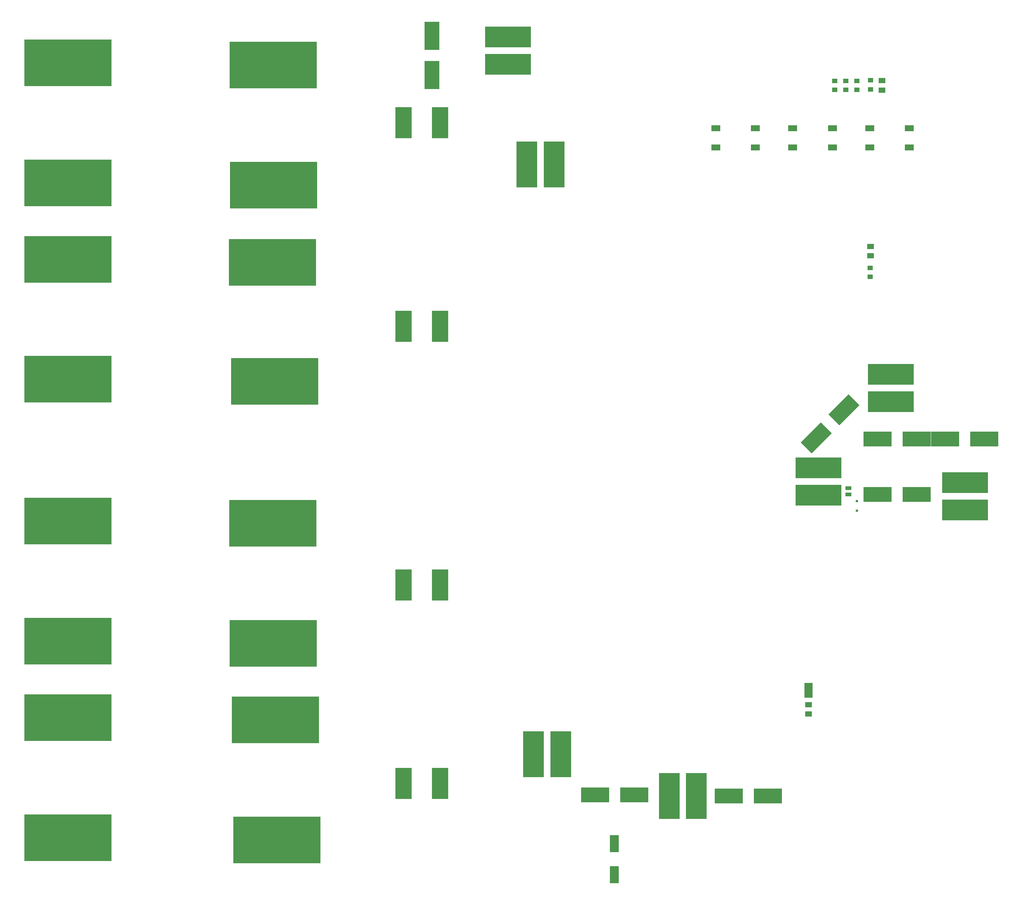
<source format=gbr>
%TF.GenerationSoftware,Altium Limited,Altium Designer,21.6.4 (81)*%
G04 Layer_Color=8421504*
%FSLAX43Y43*%
%MOMM*%
%TF.SameCoordinates,B094594F-E5AE-4C03-B854-EF891E02AD71*%
%TF.FilePolarity,Positive*%
%TF.FileFunction,Paste,Top*%
%TF.Part,Single*%
G01*
G75*
%TA.AperFunction,SMDPad,CuDef*%
%ADD18R,1.350X0.950*%
%ADD19R,1.508X1.157*%
%ADD20R,1.200X1.100*%
%ADD23R,2.000X4.000*%
%ADD24R,2.108X1.397*%
%TA.AperFunction,NonConductor*%
%ADD209R,20.066X10.668*%
%ADD210R,0.500X0.500*%
%TA.AperFunction,SMDPad,CuDef*%
%ADD211R,3.500X6.500*%
%ADD212R,6.500X3.500*%
G04:AMPARAMS|DCode=213|XSize=6.5mm|YSize=3.5mm|CornerRadius=0mm|HoleSize=0mm|Usage=FLASHONLY|Rotation=225.000|XOffset=0mm|YOffset=0mm|HoleType=Round|Shape=Rectangle|*
%AMROTATEDRECTD213*
4,1,4,1.061,3.536,3.536,1.061,-1.061,-3.536,-3.536,-1.061,1.061,3.536,0.0*
%
%ADD213ROTATEDRECTD213*%

%ADD214R,10.500X4.750*%
%ADD215R,4.750X10.500*%
%ADD216R,1.900X1.850*%
%ADD217R,3.750X7.200*%
D18*
X209800Y93150D02*
D03*
Y91650D02*
D03*
D19*
X214850Y148526D02*
D03*
Y146374D02*
D03*
X200675Y43501D02*
D03*
Y41349D02*
D03*
X217483Y186476D02*
D03*
Y184324D02*
D03*
D20*
X214825Y141509D02*
D03*
Y143609D02*
D03*
X211755Y184350D02*
D03*
Y186450D02*
D03*
X209215D02*
D03*
Y184350D02*
D03*
X206675Y186450D02*
D03*
Y184350D02*
D03*
X214920Y186575D02*
D03*
Y184475D02*
D03*
D23*
X156125Y4550D02*
D03*
Y11650D02*
D03*
D24*
X206142Y175624D02*
D03*
Y171154D02*
D03*
X197048D02*
D03*
Y175624D02*
D03*
X188489D02*
D03*
Y171154D02*
D03*
X179395D02*
D03*
Y175624D02*
D03*
X223795D02*
D03*
Y171154D02*
D03*
X214701D02*
D03*
Y175624D02*
D03*
D209*
X30862Y163054D02*
D03*
X78005Y162546D02*
D03*
X30862Y190554D02*
D03*
Y13054D02*
D03*
X77905Y190046D02*
D03*
X30862Y145555D02*
D03*
X77707Y144846D02*
D03*
X30862Y58053D02*
D03*
X77906Y57546D02*
D03*
X30862Y85553D02*
D03*
X77806Y85046D02*
D03*
X78706Y12546D02*
D03*
X30862Y118053D02*
D03*
X78206Y117546D02*
D03*
X30862Y40553D02*
D03*
X78422Y40046D02*
D03*
D210*
X211775Y87925D02*
D03*
Y90125D02*
D03*
D211*
X114299Y187762D02*
D03*
Y196762D02*
D03*
D212*
X151700Y22850D02*
D03*
X160700D02*
D03*
X225500Y104350D02*
D03*
X216500D02*
D03*
Y91700D02*
D03*
X225500D02*
D03*
X191350Y22550D02*
D03*
X182350D02*
D03*
X232000Y104350D02*
D03*
X241000D02*
D03*
D213*
X208788Y111031D02*
D03*
X202425Y104667D02*
D03*
D214*
X131754Y190228D02*
D03*
Y196478D02*
D03*
X236575Y94350D02*
D03*
Y88100D02*
D03*
X219564Y112961D02*
D03*
Y119211D02*
D03*
X202943Y91525D02*
D03*
Y97775D02*
D03*
D215*
X143875Y32125D02*
D03*
X137625D02*
D03*
X142350Y167275D02*
D03*
X136100D02*
D03*
X168714Y22550D02*
D03*
X174964D02*
D03*
D216*
X200675Y47576D02*
D03*
Y46026D02*
D03*
D217*
X116200Y70975D02*
D03*
X107800D02*
D03*
X116200Y176812D02*
D03*
X107800D02*
D03*
X116200Y130190D02*
D03*
X107800D02*
D03*
X116200Y25450D02*
D03*
X107800D02*
D03*
%TF.MD5,d53de37d05190d0dd5853ae92c8cbc76*%
M02*

</source>
